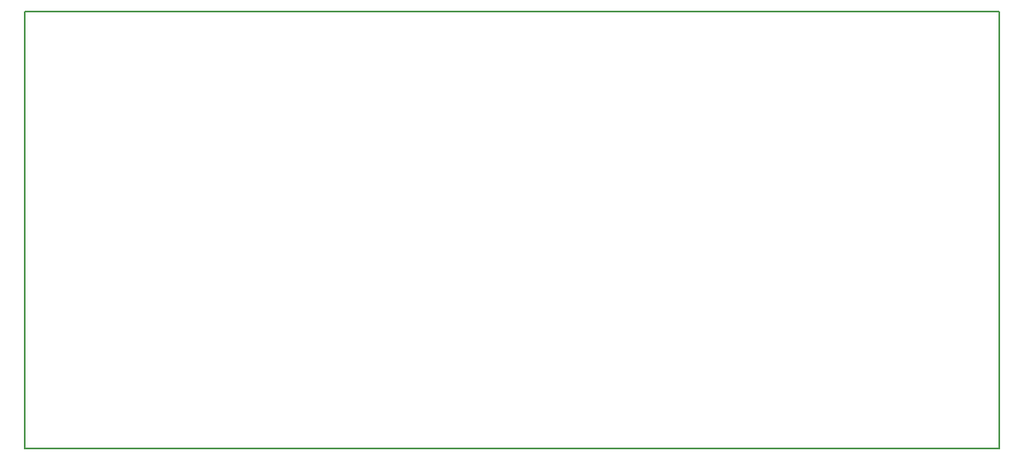
<source format=gbr>
G04 (created by PCBNEW (2013-07-07 BZR 4022)-stable) date 27/05/2014 8:16:36 PM*
%MOIN*%
G04 Gerber Fmt 3.4, Leading zero omitted, Abs format*
%FSLAX34Y34*%
G01*
G70*
G90*
G04 APERTURE LIST*
%ADD10C,0.00590551*%
G04 APERTURE END LIST*
G54D10*
X9625Y-27900D02*
X9625Y-10250D01*
X49000Y-27900D02*
X9625Y-27900D01*
X49000Y-10250D02*
X49000Y-27900D01*
X9625Y-10250D02*
X49000Y-10250D01*
M02*

</source>
